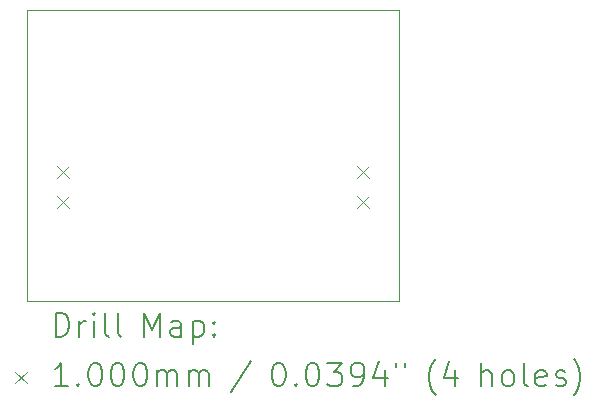
<source format=gbr>
%TF.GenerationSoftware,KiCad,Pcbnew,(7.0.0)*%
%TF.CreationDate,2024-01-29T17:46:37-05:00*%
%TF.ProjectId,BPF-Eval-Board,4250462d-4576-4616-9c2d-426f6172642e,rev?*%
%TF.SameCoordinates,Original*%
%TF.FileFunction,Drillmap*%
%TF.FilePolarity,Positive*%
%FSLAX45Y45*%
G04 Gerber Fmt 4.5, Leading zero omitted, Abs format (unit mm)*
G04 Created by KiCad (PCBNEW (7.0.0)) date 2024-01-29 17:46:37*
%MOMM*%
%LPD*%
G01*
G04 APERTURE LIST*
%ADD10C,0.100000*%
%ADD11C,0.200000*%
G04 APERTURE END LIST*
D10*
X13411200Y-8280400D02*
X16560800Y-8280400D01*
X16560800Y-8280400D02*
X16560800Y-10744200D01*
X16560800Y-10744200D02*
X13411200Y-10744200D01*
X13411200Y-10744200D02*
X13411200Y-8280400D01*
D11*
D10*
X13666000Y-9602000D02*
X13766000Y-9702000D01*
X13766000Y-9602000D02*
X13666000Y-9702000D01*
X13666000Y-9856000D02*
X13766000Y-9956000D01*
X13766000Y-9856000D02*
X13666000Y-9956000D01*
X16206000Y-9602000D02*
X16306000Y-9702000D01*
X16306000Y-9602000D02*
X16206000Y-9702000D01*
X16206000Y-9856000D02*
X16306000Y-9956000D01*
X16306000Y-9856000D02*
X16206000Y-9956000D01*
D11*
X13653819Y-11042676D02*
X13653819Y-10842676D01*
X13653819Y-10842676D02*
X13701438Y-10842676D01*
X13701438Y-10842676D02*
X13730009Y-10852200D01*
X13730009Y-10852200D02*
X13749057Y-10871248D01*
X13749057Y-10871248D02*
X13758581Y-10890295D01*
X13758581Y-10890295D02*
X13768105Y-10928390D01*
X13768105Y-10928390D02*
X13768105Y-10956962D01*
X13768105Y-10956962D02*
X13758581Y-10995057D01*
X13758581Y-10995057D02*
X13749057Y-11014105D01*
X13749057Y-11014105D02*
X13730009Y-11033152D01*
X13730009Y-11033152D02*
X13701438Y-11042676D01*
X13701438Y-11042676D02*
X13653819Y-11042676D01*
X13853819Y-11042676D02*
X13853819Y-10909343D01*
X13853819Y-10947438D02*
X13863343Y-10928390D01*
X13863343Y-10928390D02*
X13872867Y-10918867D01*
X13872867Y-10918867D02*
X13891914Y-10909343D01*
X13891914Y-10909343D02*
X13910962Y-10909343D01*
X13977628Y-11042676D02*
X13977628Y-10909343D01*
X13977628Y-10842676D02*
X13968105Y-10852200D01*
X13968105Y-10852200D02*
X13977628Y-10861724D01*
X13977628Y-10861724D02*
X13987152Y-10852200D01*
X13987152Y-10852200D02*
X13977628Y-10842676D01*
X13977628Y-10842676D02*
X13977628Y-10861724D01*
X14101438Y-11042676D02*
X14082390Y-11033152D01*
X14082390Y-11033152D02*
X14072867Y-11014105D01*
X14072867Y-11014105D02*
X14072867Y-10842676D01*
X14206200Y-11042676D02*
X14187152Y-11033152D01*
X14187152Y-11033152D02*
X14177628Y-11014105D01*
X14177628Y-11014105D02*
X14177628Y-10842676D01*
X14402390Y-11042676D02*
X14402390Y-10842676D01*
X14402390Y-10842676D02*
X14469057Y-10985533D01*
X14469057Y-10985533D02*
X14535724Y-10842676D01*
X14535724Y-10842676D02*
X14535724Y-11042676D01*
X14716676Y-11042676D02*
X14716676Y-10937914D01*
X14716676Y-10937914D02*
X14707152Y-10918867D01*
X14707152Y-10918867D02*
X14688105Y-10909343D01*
X14688105Y-10909343D02*
X14650009Y-10909343D01*
X14650009Y-10909343D02*
X14630962Y-10918867D01*
X14716676Y-11033152D02*
X14697628Y-11042676D01*
X14697628Y-11042676D02*
X14650009Y-11042676D01*
X14650009Y-11042676D02*
X14630962Y-11033152D01*
X14630962Y-11033152D02*
X14621438Y-11014105D01*
X14621438Y-11014105D02*
X14621438Y-10995057D01*
X14621438Y-10995057D02*
X14630962Y-10976010D01*
X14630962Y-10976010D02*
X14650009Y-10966486D01*
X14650009Y-10966486D02*
X14697628Y-10966486D01*
X14697628Y-10966486D02*
X14716676Y-10956962D01*
X14811914Y-10909343D02*
X14811914Y-11109343D01*
X14811914Y-10918867D02*
X14830962Y-10909343D01*
X14830962Y-10909343D02*
X14869057Y-10909343D01*
X14869057Y-10909343D02*
X14888105Y-10918867D01*
X14888105Y-10918867D02*
X14897628Y-10928390D01*
X14897628Y-10928390D02*
X14907152Y-10947438D01*
X14907152Y-10947438D02*
X14907152Y-11004581D01*
X14907152Y-11004581D02*
X14897628Y-11023629D01*
X14897628Y-11023629D02*
X14888105Y-11033152D01*
X14888105Y-11033152D02*
X14869057Y-11042676D01*
X14869057Y-11042676D02*
X14830962Y-11042676D01*
X14830962Y-11042676D02*
X14811914Y-11033152D01*
X14992867Y-11023629D02*
X15002390Y-11033152D01*
X15002390Y-11033152D02*
X14992867Y-11042676D01*
X14992867Y-11042676D02*
X14983343Y-11033152D01*
X14983343Y-11033152D02*
X14992867Y-11023629D01*
X14992867Y-11023629D02*
X14992867Y-11042676D01*
X14992867Y-10918867D02*
X15002390Y-10928390D01*
X15002390Y-10928390D02*
X14992867Y-10937914D01*
X14992867Y-10937914D02*
X14983343Y-10928390D01*
X14983343Y-10928390D02*
X14992867Y-10918867D01*
X14992867Y-10918867D02*
X14992867Y-10937914D01*
D10*
X13306200Y-11339200D02*
X13406200Y-11439200D01*
X13406200Y-11339200D02*
X13306200Y-11439200D01*
D11*
X13758581Y-11462676D02*
X13644295Y-11462676D01*
X13701438Y-11462676D02*
X13701438Y-11262676D01*
X13701438Y-11262676D02*
X13682390Y-11291248D01*
X13682390Y-11291248D02*
X13663343Y-11310295D01*
X13663343Y-11310295D02*
X13644295Y-11319819D01*
X13844295Y-11443628D02*
X13853819Y-11453152D01*
X13853819Y-11453152D02*
X13844295Y-11462676D01*
X13844295Y-11462676D02*
X13834771Y-11453152D01*
X13834771Y-11453152D02*
X13844295Y-11443628D01*
X13844295Y-11443628D02*
X13844295Y-11462676D01*
X13977628Y-11262676D02*
X13996676Y-11262676D01*
X13996676Y-11262676D02*
X14015724Y-11272200D01*
X14015724Y-11272200D02*
X14025248Y-11281724D01*
X14025248Y-11281724D02*
X14034771Y-11300771D01*
X14034771Y-11300771D02*
X14044295Y-11338867D01*
X14044295Y-11338867D02*
X14044295Y-11386486D01*
X14044295Y-11386486D02*
X14034771Y-11424581D01*
X14034771Y-11424581D02*
X14025248Y-11443628D01*
X14025248Y-11443628D02*
X14015724Y-11453152D01*
X14015724Y-11453152D02*
X13996676Y-11462676D01*
X13996676Y-11462676D02*
X13977628Y-11462676D01*
X13977628Y-11462676D02*
X13958581Y-11453152D01*
X13958581Y-11453152D02*
X13949057Y-11443628D01*
X13949057Y-11443628D02*
X13939533Y-11424581D01*
X13939533Y-11424581D02*
X13930009Y-11386486D01*
X13930009Y-11386486D02*
X13930009Y-11338867D01*
X13930009Y-11338867D02*
X13939533Y-11300771D01*
X13939533Y-11300771D02*
X13949057Y-11281724D01*
X13949057Y-11281724D02*
X13958581Y-11272200D01*
X13958581Y-11272200D02*
X13977628Y-11262676D01*
X14168105Y-11262676D02*
X14187152Y-11262676D01*
X14187152Y-11262676D02*
X14206200Y-11272200D01*
X14206200Y-11272200D02*
X14215724Y-11281724D01*
X14215724Y-11281724D02*
X14225248Y-11300771D01*
X14225248Y-11300771D02*
X14234771Y-11338867D01*
X14234771Y-11338867D02*
X14234771Y-11386486D01*
X14234771Y-11386486D02*
X14225248Y-11424581D01*
X14225248Y-11424581D02*
X14215724Y-11443628D01*
X14215724Y-11443628D02*
X14206200Y-11453152D01*
X14206200Y-11453152D02*
X14187152Y-11462676D01*
X14187152Y-11462676D02*
X14168105Y-11462676D01*
X14168105Y-11462676D02*
X14149057Y-11453152D01*
X14149057Y-11453152D02*
X14139533Y-11443628D01*
X14139533Y-11443628D02*
X14130009Y-11424581D01*
X14130009Y-11424581D02*
X14120486Y-11386486D01*
X14120486Y-11386486D02*
X14120486Y-11338867D01*
X14120486Y-11338867D02*
X14130009Y-11300771D01*
X14130009Y-11300771D02*
X14139533Y-11281724D01*
X14139533Y-11281724D02*
X14149057Y-11272200D01*
X14149057Y-11272200D02*
X14168105Y-11262676D01*
X14358581Y-11262676D02*
X14377629Y-11262676D01*
X14377629Y-11262676D02*
X14396676Y-11272200D01*
X14396676Y-11272200D02*
X14406200Y-11281724D01*
X14406200Y-11281724D02*
X14415724Y-11300771D01*
X14415724Y-11300771D02*
X14425248Y-11338867D01*
X14425248Y-11338867D02*
X14425248Y-11386486D01*
X14425248Y-11386486D02*
X14415724Y-11424581D01*
X14415724Y-11424581D02*
X14406200Y-11443628D01*
X14406200Y-11443628D02*
X14396676Y-11453152D01*
X14396676Y-11453152D02*
X14377629Y-11462676D01*
X14377629Y-11462676D02*
X14358581Y-11462676D01*
X14358581Y-11462676D02*
X14339533Y-11453152D01*
X14339533Y-11453152D02*
X14330009Y-11443628D01*
X14330009Y-11443628D02*
X14320486Y-11424581D01*
X14320486Y-11424581D02*
X14310962Y-11386486D01*
X14310962Y-11386486D02*
X14310962Y-11338867D01*
X14310962Y-11338867D02*
X14320486Y-11300771D01*
X14320486Y-11300771D02*
X14330009Y-11281724D01*
X14330009Y-11281724D02*
X14339533Y-11272200D01*
X14339533Y-11272200D02*
X14358581Y-11262676D01*
X14510962Y-11462676D02*
X14510962Y-11329343D01*
X14510962Y-11348390D02*
X14520486Y-11338867D01*
X14520486Y-11338867D02*
X14539533Y-11329343D01*
X14539533Y-11329343D02*
X14568105Y-11329343D01*
X14568105Y-11329343D02*
X14587152Y-11338867D01*
X14587152Y-11338867D02*
X14596676Y-11357914D01*
X14596676Y-11357914D02*
X14596676Y-11462676D01*
X14596676Y-11357914D02*
X14606200Y-11338867D01*
X14606200Y-11338867D02*
X14625248Y-11329343D01*
X14625248Y-11329343D02*
X14653819Y-11329343D01*
X14653819Y-11329343D02*
X14672867Y-11338867D01*
X14672867Y-11338867D02*
X14682390Y-11357914D01*
X14682390Y-11357914D02*
X14682390Y-11462676D01*
X14777629Y-11462676D02*
X14777629Y-11329343D01*
X14777629Y-11348390D02*
X14787152Y-11338867D01*
X14787152Y-11338867D02*
X14806200Y-11329343D01*
X14806200Y-11329343D02*
X14834771Y-11329343D01*
X14834771Y-11329343D02*
X14853819Y-11338867D01*
X14853819Y-11338867D02*
X14863343Y-11357914D01*
X14863343Y-11357914D02*
X14863343Y-11462676D01*
X14863343Y-11357914D02*
X14872867Y-11338867D01*
X14872867Y-11338867D02*
X14891914Y-11329343D01*
X14891914Y-11329343D02*
X14920486Y-11329343D01*
X14920486Y-11329343D02*
X14939533Y-11338867D01*
X14939533Y-11338867D02*
X14949057Y-11357914D01*
X14949057Y-11357914D02*
X14949057Y-11462676D01*
X15307152Y-11253152D02*
X15135724Y-11510295D01*
X15531914Y-11262676D02*
X15550962Y-11262676D01*
X15550962Y-11262676D02*
X15570010Y-11272200D01*
X15570010Y-11272200D02*
X15579533Y-11281724D01*
X15579533Y-11281724D02*
X15589057Y-11300771D01*
X15589057Y-11300771D02*
X15598581Y-11338867D01*
X15598581Y-11338867D02*
X15598581Y-11386486D01*
X15598581Y-11386486D02*
X15589057Y-11424581D01*
X15589057Y-11424581D02*
X15579533Y-11443628D01*
X15579533Y-11443628D02*
X15570010Y-11453152D01*
X15570010Y-11453152D02*
X15550962Y-11462676D01*
X15550962Y-11462676D02*
X15531914Y-11462676D01*
X15531914Y-11462676D02*
X15512867Y-11453152D01*
X15512867Y-11453152D02*
X15503343Y-11443628D01*
X15503343Y-11443628D02*
X15493819Y-11424581D01*
X15493819Y-11424581D02*
X15484295Y-11386486D01*
X15484295Y-11386486D02*
X15484295Y-11338867D01*
X15484295Y-11338867D02*
X15493819Y-11300771D01*
X15493819Y-11300771D02*
X15503343Y-11281724D01*
X15503343Y-11281724D02*
X15512867Y-11272200D01*
X15512867Y-11272200D02*
X15531914Y-11262676D01*
X15684295Y-11443628D02*
X15693819Y-11453152D01*
X15693819Y-11453152D02*
X15684295Y-11462676D01*
X15684295Y-11462676D02*
X15674771Y-11453152D01*
X15674771Y-11453152D02*
X15684295Y-11443628D01*
X15684295Y-11443628D02*
X15684295Y-11462676D01*
X15817629Y-11262676D02*
X15836676Y-11262676D01*
X15836676Y-11262676D02*
X15855724Y-11272200D01*
X15855724Y-11272200D02*
X15865248Y-11281724D01*
X15865248Y-11281724D02*
X15874771Y-11300771D01*
X15874771Y-11300771D02*
X15884295Y-11338867D01*
X15884295Y-11338867D02*
X15884295Y-11386486D01*
X15884295Y-11386486D02*
X15874771Y-11424581D01*
X15874771Y-11424581D02*
X15865248Y-11443628D01*
X15865248Y-11443628D02*
X15855724Y-11453152D01*
X15855724Y-11453152D02*
X15836676Y-11462676D01*
X15836676Y-11462676D02*
X15817629Y-11462676D01*
X15817629Y-11462676D02*
X15798581Y-11453152D01*
X15798581Y-11453152D02*
X15789057Y-11443628D01*
X15789057Y-11443628D02*
X15779533Y-11424581D01*
X15779533Y-11424581D02*
X15770010Y-11386486D01*
X15770010Y-11386486D02*
X15770010Y-11338867D01*
X15770010Y-11338867D02*
X15779533Y-11300771D01*
X15779533Y-11300771D02*
X15789057Y-11281724D01*
X15789057Y-11281724D02*
X15798581Y-11272200D01*
X15798581Y-11272200D02*
X15817629Y-11262676D01*
X15950962Y-11262676D02*
X16074771Y-11262676D01*
X16074771Y-11262676D02*
X16008105Y-11338867D01*
X16008105Y-11338867D02*
X16036676Y-11338867D01*
X16036676Y-11338867D02*
X16055724Y-11348390D01*
X16055724Y-11348390D02*
X16065248Y-11357914D01*
X16065248Y-11357914D02*
X16074771Y-11376962D01*
X16074771Y-11376962D02*
X16074771Y-11424581D01*
X16074771Y-11424581D02*
X16065248Y-11443628D01*
X16065248Y-11443628D02*
X16055724Y-11453152D01*
X16055724Y-11453152D02*
X16036676Y-11462676D01*
X16036676Y-11462676D02*
X15979533Y-11462676D01*
X15979533Y-11462676D02*
X15960486Y-11453152D01*
X15960486Y-11453152D02*
X15950962Y-11443628D01*
X16170010Y-11462676D02*
X16208105Y-11462676D01*
X16208105Y-11462676D02*
X16227152Y-11453152D01*
X16227152Y-11453152D02*
X16236676Y-11443628D01*
X16236676Y-11443628D02*
X16255724Y-11415057D01*
X16255724Y-11415057D02*
X16265248Y-11376962D01*
X16265248Y-11376962D02*
X16265248Y-11300771D01*
X16265248Y-11300771D02*
X16255724Y-11281724D01*
X16255724Y-11281724D02*
X16246200Y-11272200D01*
X16246200Y-11272200D02*
X16227152Y-11262676D01*
X16227152Y-11262676D02*
X16189057Y-11262676D01*
X16189057Y-11262676D02*
X16170010Y-11272200D01*
X16170010Y-11272200D02*
X16160486Y-11281724D01*
X16160486Y-11281724D02*
X16150962Y-11300771D01*
X16150962Y-11300771D02*
X16150962Y-11348390D01*
X16150962Y-11348390D02*
X16160486Y-11367438D01*
X16160486Y-11367438D02*
X16170010Y-11376962D01*
X16170010Y-11376962D02*
X16189057Y-11386486D01*
X16189057Y-11386486D02*
X16227152Y-11386486D01*
X16227152Y-11386486D02*
X16246200Y-11376962D01*
X16246200Y-11376962D02*
X16255724Y-11367438D01*
X16255724Y-11367438D02*
X16265248Y-11348390D01*
X16436676Y-11329343D02*
X16436676Y-11462676D01*
X16389057Y-11253152D02*
X16341438Y-11396009D01*
X16341438Y-11396009D02*
X16465248Y-11396009D01*
X16531914Y-11262676D02*
X16531914Y-11300771D01*
X16608105Y-11262676D02*
X16608105Y-11300771D01*
X16870962Y-11538867D02*
X16861438Y-11529343D01*
X16861438Y-11529343D02*
X16842391Y-11500771D01*
X16842391Y-11500771D02*
X16832867Y-11481724D01*
X16832867Y-11481724D02*
X16823343Y-11453152D01*
X16823343Y-11453152D02*
X16813819Y-11405533D01*
X16813819Y-11405533D02*
X16813819Y-11367438D01*
X16813819Y-11367438D02*
X16823343Y-11319819D01*
X16823343Y-11319819D02*
X16832867Y-11291248D01*
X16832867Y-11291248D02*
X16842391Y-11272200D01*
X16842391Y-11272200D02*
X16861438Y-11243628D01*
X16861438Y-11243628D02*
X16870962Y-11234105D01*
X17032867Y-11329343D02*
X17032867Y-11462676D01*
X16985248Y-11253152D02*
X16937629Y-11396009D01*
X16937629Y-11396009D02*
X17061438Y-11396009D01*
X17257629Y-11462676D02*
X17257629Y-11262676D01*
X17343343Y-11462676D02*
X17343343Y-11357914D01*
X17343343Y-11357914D02*
X17333819Y-11338867D01*
X17333819Y-11338867D02*
X17314772Y-11329343D01*
X17314772Y-11329343D02*
X17286200Y-11329343D01*
X17286200Y-11329343D02*
X17267153Y-11338867D01*
X17267153Y-11338867D02*
X17257629Y-11348390D01*
X17467153Y-11462676D02*
X17448105Y-11453152D01*
X17448105Y-11453152D02*
X17438581Y-11443628D01*
X17438581Y-11443628D02*
X17429057Y-11424581D01*
X17429057Y-11424581D02*
X17429057Y-11367438D01*
X17429057Y-11367438D02*
X17438581Y-11348390D01*
X17438581Y-11348390D02*
X17448105Y-11338867D01*
X17448105Y-11338867D02*
X17467153Y-11329343D01*
X17467153Y-11329343D02*
X17495724Y-11329343D01*
X17495724Y-11329343D02*
X17514772Y-11338867D01*
X17514772Y-11338867D02*
X17524295Y-11348390D01*
X17524295Y-11348390D02*
X17533819Y-11367438D01*
X17533819Y-11367438D02*
X17533819Y-11424581D01*
X17533819Y-11424581D02*
X17524295Y-11443628D01*
X17524295Y-11443628D02*
X17514772Y-11453152D01*
X17514772Y-11453152D02*
X17495724Y-11462676D01*
X17495724Y-11462676D02*
X17467153Y-11462676D01*
X17648105Y-11462676D02*
X17629057Y-11453152D01*
X17629057Y-11453152D02*
X17619534Y-11434105D01*
X17619534Y-11434105D02*
X17619534Y-11262676D01*
X17800486Y-11453152D02*
X17781438Y-11462676D01*
X17781438Y-11462676D02*
X17743343Y-11462676D01*
X17743343Y-11462676D02*
X17724295Y-11453152D01*
X17724295Y-11453152D02*
X17714772Y-11434105D01*
X17714772Y-11434105D02*
X17714772Y-11357914D01*
X17714772Y-11357914D02*
X17724295Y-11338867D01*
X17724295Y-11338867D02*
X17743343Y-11329343D01*
X17743343Y-11329343D02*
X17781438Y-11329343D01*
X17781438Y-11329343D02*
X17800486Y-11338867D01*
X17800486Y-11338867D02*
X17810010Y-11357914D01*
X17810010Y-11357914D02*
X17810010Y-11376962D01*
X17810010Y-11376962D02*
X17714772Y-11396009D01*
X17886200Y-11453152D02*
X17905248Y-11462676D01*
X17905248Y-11462676D02*
X17943343Y-11462676D01*
X17943343Y-11462676D02*
X17962391Y-11453152D01*
X17962391Y-11453152D02*
X17971915Y-11434105D01*
X17971915Y-11434105D02*
X17971915Y-11424581D01*
X17971915Y-11424581D02*
X17962391Y-11405533D01*
X17962391Y-11405533D02*
X17943343Y-11396009D01*
X17943343Y-11396009D02*
X17914772Y-11396009D01*
X17914772Y-11396009D02*
X17895724Y-11386486D01*
X17895724Y-11386486D02*
X17886200Y-11367438D01*
X17886200Y-11367438D02*
X17886200Y-11357914D01*
X17886200Y-11357914D02*
X17895724Y-11338867D01*
X17895724Y-11338867D02*
X17914772Y-11329343D01*
X17914772Y-11329343D02*
X17943343Y-11329343D01*
X17943343Y-11329343D02*
X17962391Y-11338867D01*
X18038581Y-11538867D02*
X18048105Y-11529343D01*
X18048105Y-11529343D02*
X18067153Y-11500771D01*
X18067153Y-11500771D02*
X18076676Y-11481724D01*
X18076676Y-11481724D02*
X18086200Y-11453152D01*
X18086200Y-11453152D02*
X18095724Y-11405533D01*
X18095724Y-11405533D02*
X18095724Y-11367438D01*
X18095724Y-11367438D02*
X18086200Y-11319819D01*
X18086200Y-11319819D02*
X18076676Y-11291248D01*
X18076676Y-11291248D02*
X18067153Y-11272200D01*
X18067153Y-11272200D02*
X18048105Y-11243628D01*
X18048105Y-11243628D02*
X18038581Y-11234105D01*
M02*

</source>
